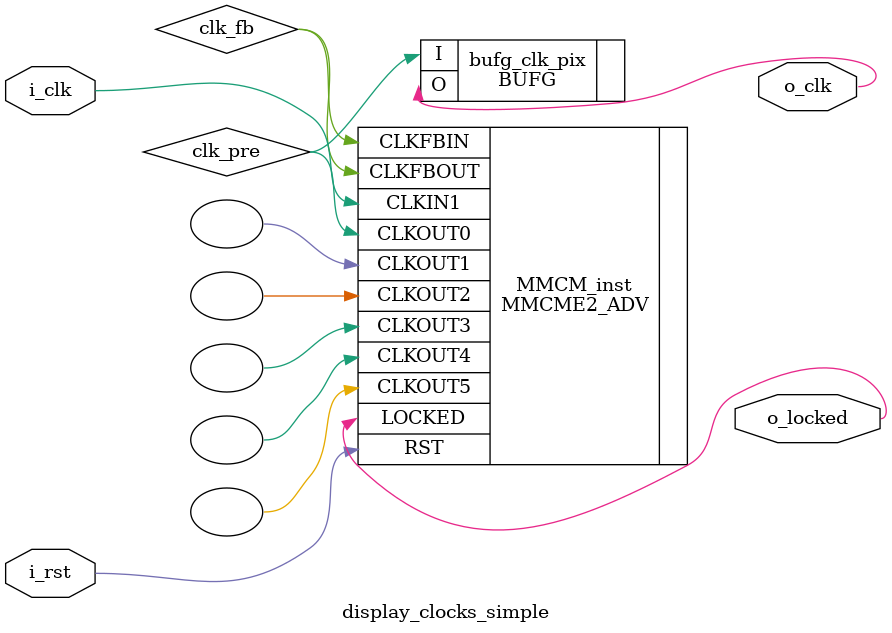
<source format=v>
`timescale 1ns / 1ps
`default_nettype none


// Modified by Josh Deprez. Three key differences:
// 1) Defaults to 65 MHz for 1024x768 (XGA) at 60 Hz.
// 2) Uses MMCME2_ADV instead of MMCME2_BASE, because the latter does not build
//    in SymbiFlow (yet?).
// 3) Only produces the 1x clock, not the 5x clock needed for HDMI. 

module display_clocks_simple #(
    parameter MULT=13,                // clock multiplier (2-64)
    parameter DIV=20,                 // clock divider (1-128)
    parameter IN_PERIOD=10.0          // period of i_clk in ns (100 MHz = 10.0 ns)
    )
    (
    input  wire i_clk,      // input clock
    input  wire i_rst,      // reset (active high)
    output wire o_clk,      // pixel clock
    output wire o_locked    // clock locked? (active high)
    );

    wire clk_fb;  // internal clock feedback
    wire clk_pre;

    MMCME2_ADV #(
        .COMPENSATION("INTERNAL"),      // Dunno if this is needed?
        .BANDWIDTH("OPTIMIZED"),        // Jitter programming (OPTIMIZED, HIGH, LOW)
        .CLKFBOUT_MULT_F(MULT),         // Multiply value for all CLKOUT (2.0 - 64.0).
        .CLKFBOUT_PHASE(0.0),           // Phase offset in degrees of CLKFB (-360.000-360.000).
        .CLKIN1_PERIOD(IN_PERIOD),      // Input clock period in ns to ps resolution (i.e. 33.333 is 30 MHz).
        // CLKOUT0_DIVIDE - CLKOUT6_DIVIDE: Divide amount for each CLKOUT (1-128)
        .CLKOUT0_DIVIDE_F(1.0),         // Divide amount for CLKOUT0 (1-128).
        .CLKOUT1_DIVIDE(1),
        .CLKOUT2_DIVIDE(1),
        .CLKOUT3_DIVIDE(1),
        .CLKOUT4_DIVIDE(1),
        .CLKOUT5_DIVIDE(1),
        // CLKOUT0_DUTY_CYCLE - CLKOUT6_DUTY_CYCLE: Duty cycle for each CLKOUT (0.01-0.99).
        .CLKOUT0_DUTY_CYCLE(0.5),
        .CLKOUT1_DUTY_CYCLE(0.5),
        .CLKOUT2_DUTY_CYCLE(0.5),
        .CLKOUT3_DUTY_CYCLE(0.5),
        .CLKOUT4_DUTY_CYCLE(0.5),
        .CLKOUT5_DUTY_CYCLE(0.5),
        // CLKOUT0_PHASE - CLKOUT6_PHASE: Phase offset for each CLKOUT (-360.000-360.000).
        .CLKOUT0_PHASE(0.0),
        .CLKOUT1_PHASE(0.0),
        .CLKOUT2_PHASE(0.0),
        .CLKOUT3_PHASE(0.0),
        .CLKOUT4_PHASE(0.0),
        .CLKOUT5_PHASE(0.0),
        .DIVCLK_DIVIDE(DIV),     // Master division value (1-106)
        .REF_JITTER1(0.010),            // Reference input jitter in UI (0.000-0.999).
        .STARTUP_WAIT("FALSE")          // Delays DONE until MMCM is locked (FALSE, TRUE)
    )
    MMCM_inst (
        /* verilator lint_off PINCONNECTEMPTY */
        // Clock Outputs: 1-bit (each) output: User configurable clock outputs
        .CLKOUT0(clk_pre),              // 1-bit output: CLKOUT0
        .CLKOUT1(),                     // 1-bit output: CLKOUT1
        .CLKOUT2(),                     // 1-bit output: CLKOUT2
        .CLKOUT3(),                     // 1-bit output: CLKOUT3
        .CLKOUT4(),                     // 1-bit output: CLKOUT4
        .CLKOUT5(),                     // 1-bit output: CLKOUT5
        // Feedback Clocks: 1-bit (each) output: Clock feedback ports
        .CLKFBOUT(clk_fb),              // 1-bit output: Feedback clock
        // Status Ports: 1-bit (each) output: MMCM status ports
        .LOCKED(o_locked),              // 1-bit output: LOCK
        // Clock Inputs: 1-bit (each) input: Clock input
        .CLKIN1(i_clk),                 // 1-bit input: Clock
        // Control Ports: 1-bit (each) input: PLL control ports
        //.PWRDWN(),                      // 1-bit input: Power-down
        /* verilator lint_on PINCONNECTEMPTY */
        .RST(i_rst),                    // 1-bit input: Reset
        // Feedback Clocks: 1-bit (each) input: Clock feedback ports
        .CLKFBIN(clk_fb)                // 1-bit input: Feedback clock
    );

    // explicitly buffer output clocks
    BUFG bufg_clk_pix(.I(clk_pre), .O(o_clk));

endmodule

</source>
